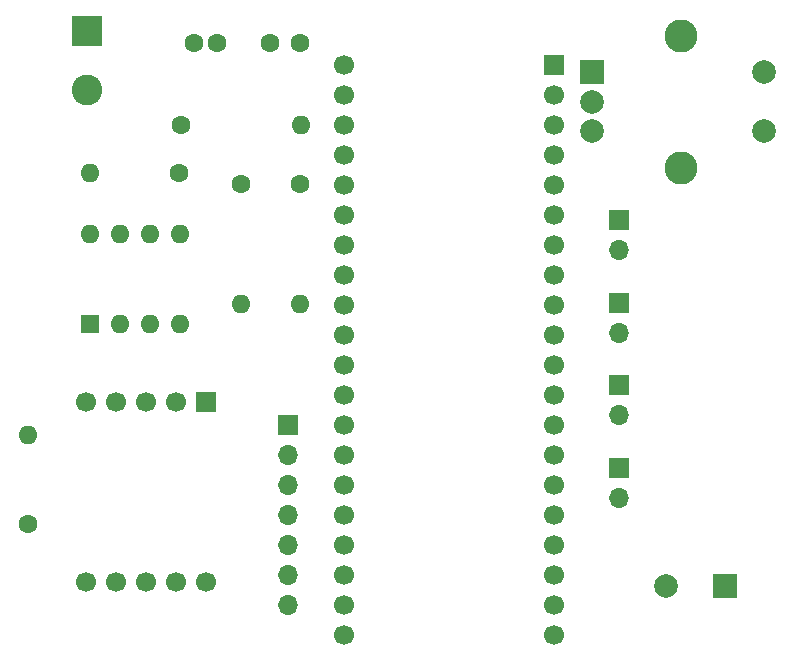
<source format=gbr>
%TF.GenerationSoftware,KiCad,Pcbnew,(6.0.4)*%
%TF.CreationDate,2023-07-03T21:21:24-07:00*%
%TF.ProjectId,299_RadioConfig,3239395f-5261-4646-996f-436f6e666967,rev?*%
%TF.SameCoordinates,Original*%
%TF.FileFunction,Soldermask,Top*%
%TF.FilePolarity,Negative*%
%FSLAX46Y46*%
G04 Gerber Fmt 4.6, Leading zero omitted, Abs format (unit mm)*
G04 Created by KiCad (PCBNEW (6.0.4)) date 2023-07-03 21:21:24*
%MOMM*%
%LPD*%
G01*
G04 APERTURE LIST*
%ADD10R,1.700000X1.700000*%
%ADD11C,1.700000*%
%ADD12C,1.600000*%
%ADD13O,1.600000X1.600000*%
%ADD14O,1.700000X1.700000*%
%ADD15R,2.600000X2.600000*%
%ADD16C,2.600000*%
%ADD17R,2.000000X2.000000*%
%ADD18C,2.000000*%
%ADD19C,2.800000*%
%ADD20R,1.600000X1.600000*%
G04 APERTURE END LIST*
D10*
%TO.C,U2*%
X147080000Y-83380000D03*
D11*
X144540000Y-83380000D03*
X142000000Y-83380000D03*
X139460000Y-83380000D03*
X136920000Y-83380000D03*
X136920000Y-98620000D03*
X139460000Y-98620000D03*
X142000000Y-98620000D03*
X144540000Y-98620000D03*
X147080000Y-98620000D03*
%TD*%
D12*
%TO.C,C3*%
X148000000Y-53000000D03*
X146000000Y-53000000D03*
%TD*%
%TO.C,C2*%
X155000000Y-53000000D03*
X152500000Y-53000000D03*
%TD*%
%TO.C,R1*%
X150000000Y-64920000D03*
D13*
X150000000Y-75080000D03*
%TD*%
D10*
%TO.C,SW5*%
X182000000Y-89000000D03*
D14*
X182000000Y-91540000D03*
%TD*%
D12*
%TO.C,R2*%
X155000000Y-64920000D03*
D13*
X155000000Y-75080000D03*
%TD*%
D15*
%TO.C,LS1*%
X137000000Y-52000000D03*
D16*
X137000000Y-57000000D03*
%TD*%
D17*
%TO.C,SW1*%
X179750000Y-55500000D03*
D18*
X179750000Y-60500000D03*
X179750000Y-58000000D03*
D19*
X187250000Y-52400000D03*
X187250000Y-63600000D03*
D18*
X194250000Y-55500000D03*
X194250000Y-60500000D03*
%TD*%
D10*
%TO.C,SW3*%
X182000000Y-68000000D03*
D14*
X182000000Y-70540000D03*
%TD*%
D12*
%TO.C,R3*%
X144920000Y-60000000D03*
D13*
X155080000Y-60000000D03*
%TD*%
D10*
%TO.C,SW2*%
X182000000Y-75000000D03*
D14*
X182000000Y-77540000D03*
%TD*%
D17*
%TO.C,BZ1*%
X191000000Y-99000000D03*
D18*
X186000000Y-99000000D03*
%TD*%
D12*
%TO.C,C1*%
X144750000Y-64000000D03*
D13*
X137250000Y-64000000D03*
%TD*%
D20*
%TO.C,U3*%
X137200000Y-76800000D03*
D13*
X139740000Y-76800000D03*
X142280000Y-76800000D03*
X144820000Y-76800000D03*
X144820000Y-69180000D03*
X142280000Y-69180000D03*
X139740000Y-69180000D03*
X137200000Y-69180000D03*
%TD*%
D10*
%TO.C,DISP1*%
X154000000Y-85375000D03*
D14*
X154000000Y-87915000D03*
X154000000Y-92995000D03*
X154000000Y-90455000D03*
X154000000Y-95535000D03*
X154000000Y-98075000D03*
X154000000Y-100615000D03*
%TD*%
D10*
%TO.C,SW4*%
X182000000Y-82000000D03*
D14*
X182000000Y-84540000D03*
%TD*%
D12*
%TO.C,C4*%
X132000000Y-93750000D03*
D13*
X132000000Y-86250000D03*
%TD*%
D10*
%TO.C,U1*%
X176530000Y-54900000D03*
D11*
X176530000Y-57440000D03*
X176530000Y-59980000D03*
X176530000Y-62520000D03*
X176530000Y-65060000D03*
X176530000Y-67600000D03*
X176530000Y-70140000D03*
X176530000Y-72680000D03*
X176530000Y-75220000D03*
X176530000Y-77760000D03*
X176530000Y-80300000D03*
X176530000Y-82840000D03*
X176530000Y-85380000D03*
X176530000Y-87920000D03*
X176530000Y-90460000D03*
X176530000Y-93000000D03*
X176530000Y-95540000D03*
X176530000Y-98080000D03*
X176530000Y-100620000D03*
X176530000Y-103160000D03*
X158750000Y-103160000D03*
X158750000Y-100620000D03*
X158750000Y-98080000D03*
X158750000Y-95540000D03*
X158750000Y-93000000D03*
X158750000Y-90460000D03*
X158750000Y-87920000D03*
X158750000Y-85380000D03*
X158750000Y-82840000D03*
X158750000Y-80300000D03*
X158750000Y-77760000D03*
X158750000Y-75220000D03*
X158750000Y-72680000D03*
X158750000Y-70140000D03*
X158750000Y-67600000D03*
X158750000Y-65060000D03*
X158750000Y-62520000D03*
X158750000Y-59980000D03*
X158750000Y-57440000D03*
X158750000Y-54900000D03*
%TD*%
M02*

</source>
